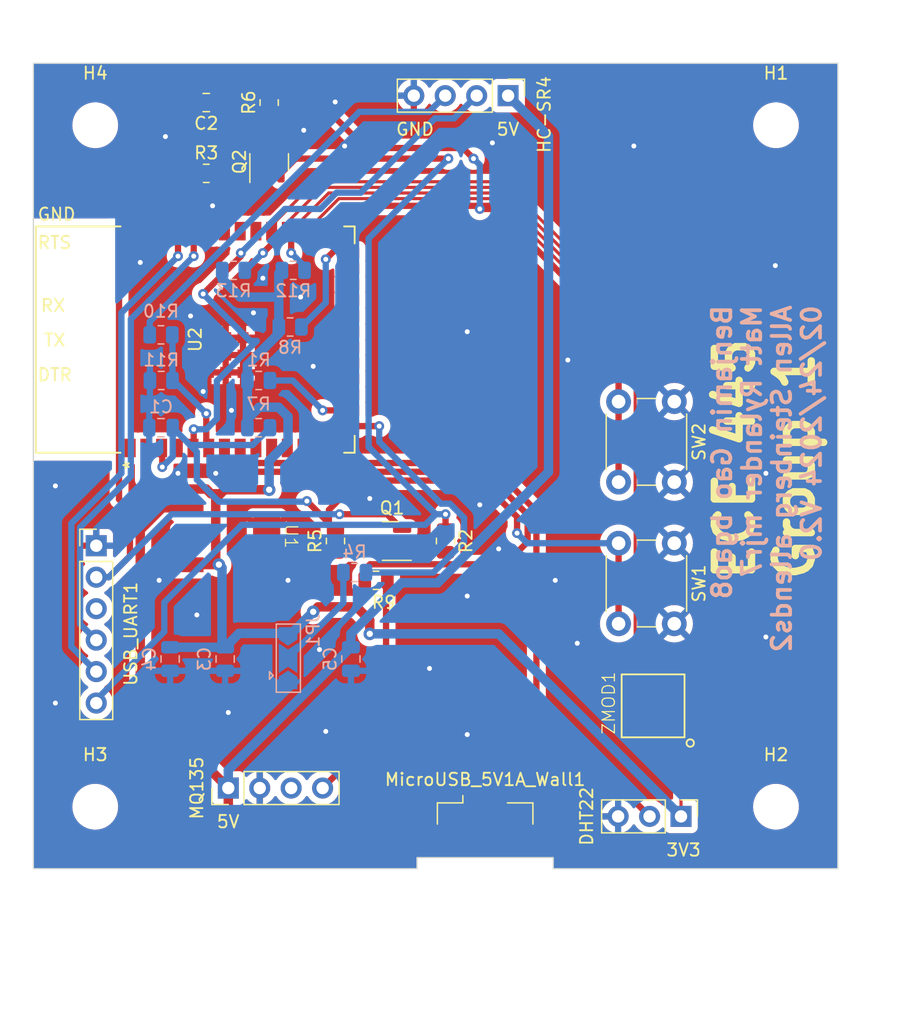
<source format=kicad_pcb>
(kicad_pcb (version 20221018) (generator pcbnew)
  (layers (0 "F.Cu" signal) (31 "B.Cu" signal) (34 "B.Paste" user) (35 "F.Paste" user) (36 "B.SilkS" user "B.Silkscreen") (37 "F.SilkS" user "F.Silkscreen") (38 "B.Mask" user) (39 "F.Mask" user) (44 "Edge.Cuts" user))
  (net 0 "")
  (net 1 "/CHIP_PU")
  (net 2 "GND")
  (net 3 "/GPIO0_STRAPPING")
  (net 4 "+3V3")
  (net 5 "+5V")
  (net 6 "/S")
  (net 7 "/Trig")
  (net 8 "Net-(HC-SR4-Pin_3)")
  (net 9 "Net-(JP1-C)")
  (net 14 "Net-(MQ135-Pin_4)")
  (net 15 "Net-(Q1-B)")
  (net 16 "/RTS")
  (net 17 "Net-(Q1-C)")
  (net 18 "Net-(Q2-B)")
  (net 19 "/DTR")
  (net 20 "Net-(Q2-C)")
  (net 21 "/GPIO46_STRAPPING")
  (net 22 "/GPIO3_STRAPPING")
  (net 23 "/A0")
  (net 24 "/Echo")
  (net 25 "/VBAT_SENSE")
  (net 26 "/GPIO16")
  (net 27 "/GPIO17")
  (net 28 "/GPIO18")
  (net 29 "/M1_FAULT")
  (net 30 "/D-")
  (net 31 "/D+")
  (net 32 "/M1_EN")
  (net 33 "/M1_PWM")
  (net 34 "/M1_DIR")
  (net 35 "/M2_FAULT")
  (net 36 "/M2_EN")
  (net 37 "/M2_PWM")
  (net 38 "/M2_DIR")
  (net 39 "/CAMERA_CS")
  (net 40 "/CAMERA_MOSI")
  (net 41 "/GPIO45_STRAPPING")
  (net 42 "/ZMOD_RES_N")
  (net 43 "/ZMOD_INT")
  (net 44 "/ZMOD_SDA")
  (net 45 "/ZMOD_SCL")
  (net 46 "/MTCK")
  (net 47 "/MTDO")
  (net 48 "/MTDI")
  (net 49 "/MTMS")
  (net 50 "/RX")
  (net 51 "/TX")
  (net 52 "/I_M_1")
  (net 53 "/I_M_2")
  (footprint "Connector_PinHeader_2.54mm:PinHeader_1x03_P2.54mm_Vertical" (layer "F.Cu") (at 131.826 128.778 -90)
    (fp_text reference "DHT22")
    (fp_text value "F_Header_Temp")
  )
  (footprint "Resistor_SMD:R_0805_2012Metric" (layer "F.Cu") (at 103.9095 106.553 90)
    (fp_text reference "R5")
    (fp_text value "10k")
  )
  (footprint "Package_TO_SOT_SMD:SOT-23" (layer "F.Cu") (at 98.552 75.946 90)
    (fp_text reference "Q2")
    (fp_text value "SS8050-G")
  )
  (footprint "local_footprints:ZMOD4410" (layer "F.Cu") (at 129.57 119.858 90)
    (fp_text reference "ZMOD1")
    (fp_text value "~")
  )
  (footprint "local_footprints:ESP32-S3-WROOM-1_EXP" (layer "F.Cu") (at 92.58 90.297 90)
    (fp_text reference "U2")
    (fp_text value "ESP32-S3-WROOM-1-N16R2")
  )
  (footprint "MountingHole:MountingHole_3.2mm_M3" (layer "F.Cu") (at 84.5 128)
    (fp_text reference "H3")
    (fp_text value "MountingHole")
  )
  (footprint "Resistor_SMD:R_0805_2012Metric" (layer "F.Cu") (at 107.188 109.728)
    (fp_text reference "R9")
    (fp_text value "1k")
  )
  (footprint "Resistor_SMD:R_0805_2012Metric" (layer "F.Cu") (at 98.552 71.1685 90)
    (fp_text reference "R6")
    (fp_text value "10k")
  )
  (footprint "Connector_PinHeader_2.54mm:PinHeader_1x04_P2.54mm_Vertical" (layer "F.Cu") (at 95.25 126.492 90)
    (fp_text reference "MQ135")
    (fp_text value "Gas Sensor")
  )
  (footprint "Package_TO_SOT_SMD:SOT-23" (layer "F.Cu") (at 108.3545 106.553 180)
    (fp_text reference "Q1")
    (fp_text value "SS8050-G")
  )
  (footprint "Button_Switch_THT:SW_PUSH_6mm" (layer "F.Cu") (at 131.282 95.302 -90)
    (fp_text reference "SW2")
    (fp_text value "SW_Push")
  )
  (footprint "Connector_USB:USB_Micro-B_Amphenol_10104110_Horizontal" (layer "F.Cu") (at 116 129.35)
    (fp_text reference "MicroUSB_5V1A_Wall1")
    (fp_text value "Conn_01x05")
  )
  (footprint "Resistor_SMD:R_0805_2012Metric" (layer "F.Cu") (at 112.7995 106.553 -90)
    (fp_text reference "R2")
    (fp_text value "10k")
  )
  (footprint "Connector_PinHeader_2.54mm:PinHeader_1x06_P2.54mm_Vertical" (layer "F.Cu") (at 84.582 106.934)
    (fp_text reference "USB_UART1")
    (fp_text value "Conn_01x06")
  )
  (footprint "Button_Switch_THT:SW_PUSH_6mm" (layer "F.Cu") (at 131.282 106.732 -90)
    (fp_text reference "SW1")
    (fp_text value "SW_Push")
  )
  (footprint "Capacitor_SMD:C_0805_2012Metric" (layer "F.Cu") (at 93.472 71.1685 180)
    (fp_text reference "C2")
    (fp_text value "1u")
  )
  (footprint "local_footprints:AZ1117C-SOT223" (layer "F.Cu") (at 95.25 106.172 -90)
    (fp_text reference "U1")
    (fp_text value "AZ1117-3.3")
  )
  (footprint "Resistor_SMD:R_0805_2012Metric" (layer "F.Cu") (at 93.472 76.8835)
    (fp_text reference "R3")
    (fp_text value "10k")
  )
  (footprint "MountingHole:MountingHole_3.2mm_M3" (layer "F.Cu") (at 139.5 73)
    (fp_text reference "H1")
    (fp_text value "MountingHole")
  )
  (footprint "Connector_PinHeader_2.54mm:PinHeader_1x04_P2.54mm_Vertical" (layer "F.Cu") (at 117.856 70.612 -90)
    (fp_text reference "HC-SR4")
    (fp_text value "F_Header_Ultrasonic")
  )
  (footprint "MountingHole:MountingHole_3.2mm_M3" (layer "F.Cu") (at 84.5 73)
    (fp_text reference "H4")
    (fp_text value "MountingHole")
  )
  (footprint "MountingHole:MountingHole_3.2mm_M3" (layer "F.Cu") (at 139.5 128)
    (fp_text reference "H2")
    (fp_text value "MountingHole")
  )
  (footprint "Resistor_SMD:R_0805_2012Metric" (layer "B.Cu") (at 97.704 97.409)
    (fp_text reference "R7")
    (fp_text value "100k")
  )
  (footprint "Resistor_SMD:R_0805_2012Metric" (layer "B.Cu") (at 89.8125 89.916)
    (fp_text reference "R10")
    (fp_text value "1k")
  )
  (footprint "Capacitor_SMD:C_0805_2012Metric" (layer "B.Cu") (at 94.996 116.078 -90)
    (fp_text reference "C3")
    (fp_text value "10u")
  )
  (footprint "Capacitor_SMD:C_0805_2012Metric" (layer "B.Cu") (at 105.156 116.078 -90)
    (fp_text reference "C5")
    (fp_text value "10u")
  )
  (footprint "Capacitor_SMD:C_0805_2012Metric" (layer "B.Cu") (at 90.551 116.078 -90)
    (fp_text reference "C4")
    (fp_text value "100n")
  )
  (footprint "Capacitor_SMD:C_0805_2012Metric" (layer "B.Cu") (at 89.8125 97.409 180)
    (fp_text reference "C1")
    (fp_text value "1u")
  )
  (footprint "Resistor_SMD:R_0805_2012Metric" (layer "B.Cu") (at 89.83 93.599 180)
    (fp_text reference "R11")
    (fp_text value "2.2k")
  )
  (footprint "Resistor_SMD:R_0805_2012Metric" (layer "B.Cu") (at 95.672 84.709)
    (fp_text reference "R13")
    (fp_text value "10k")
  )
  (footprint "Resistor_SMD:R_0805_2012Metric" (layer "B.Cu") (at 97.704 93.599 180)
    (fp_text reference "R1")
    (fp_text value "1k")
  )
  (footprint "Resistor_SMD:R_0805_2012Metric" (layer "B.Cu") (at 100.498 84.709)
    (fp_text reference "R12")
    (fp_text value "10k")
  )
  (footprint "Resistor_SMD:R_0805_2012Metric" (layer "B.Cu") (at 100.244 89.281)
    (fp_text reference "R8")
    (fp_text value "100k")
  )
  (footprint "Jumper:SolderJumper-3_P2.0mm_Open_TrianglePad1.0x1.5mm" (layer "B.Cu") (at 100.076 116.008 90)
    (fp_text reference "JP1")
    (fp_text value "SolderJumper_3_Open")
  )
  (footprint "Resistor_SMD:R_0805_2012Metric" (layer "B.Cu") (at 105.457 109.093 180)
    (fp_text reference "R4")
    (fp_text value "1k")
  )
  (gr_line (start 144.5 133) (end 121.5 133) (stroke (width 0.1)) (layer "Edge.Cuts"))
  (gr_line (start 79.5 68) (end 79.5 133) (stroke (width 0.1)) (layer "Edge.Cuts"))
  (gr_line (start 110.5 132.1) (end 110.5 133) (stroke (width 0.1)) (layer "Edge.Cuts"))
  (gr_line (start 144.5 68) (end 79.5 68) (stroke (width 0.1)) (layer "Edge.Cuts"))
  (gr_line (start 121.5 133) (end 121.5 132.1) (stroke (width 0.1)) (layer "Edge.Cuts"))
  (gr_line (start 110.5 133) (end 79.5 133) (stroke (width 0.1)) (layer "Edge.Cuts"))
  (gr_line (start 110.5 132.1) (end 121.5 132.1) (stroke (width 0.1)) (layer "Edge.Cuts"))
  (gr_line (start 144.5 68) (end 144.5 133) (stroke (width 0.1)) (layer "Edge.Cuts"))
  (gr_text "Benjamin Gao bgao8	\nMatt Rylander mjr7 \nAllen Steinberg allends2\n02/24/2024 V2.0" (at 143.256 87.376 90) (layer "B.SilkS") (effects (font (size 1.5 1.5) (thickness 0.3) bold) (justify left bottom mirror)))
  (gr_text "GND" (at 79.756 80.772) (layer "F.SilkS") (effects (font (size 1 1)) (justify left bottom)))
  (gr_text "5V" (at 94.234 129.794) (layer "F.SilkS") (effects (font (size 1 1)) (justify left bottom)))
  (gr_text "RTS" (at 79.756 83.058) (layer "F.SilkS") (effects (font (size 1 1)) (justify left bottom)))
  (gr_text "ECE 445\nGroup 1" (at 142.748 109.982 90) (layer "F.SilkS") (effects (font (size 3 3) (thickness 0.6) bold) (justify left bottom)))
  (gr_text "DTR" (at 79.756 93.726) (layer "F.SilkS") (effects (font (size 1 1)) (justify left bottom)))
  (gr_text "RX" (at 80.01 88.138) (layer "F.SilkS") (effects (font (size 1 1)) (justify left bottom)))
  (gr_text "5V" (at 116.84 73.914) (layer "F.SilkS") (effects (font (size 1 1)) (justify left bottom)))
  (gr_text "3V3" (at 130.556 132.08) (layer "F.SilkS") (effects (font (size 1 1)) (justify left bottom)))
  (gr_text "TX" (at 80.264 90.932) (layer "F.SilkS") (effects (font (size 1 1)) (justify left bottom)))
  (gr_text "GND" (at 108.712 73.914) (layer "F.SilkS") (effects (font (size 1 1)) (justify left bottom)))
  (segment (start 103.378 105.109) (end 103.9095 105.6405) (width 0.508) (layer "F.Cu") (net 1))
  (segment (start 115.6458 101.6758) (end 105.742461 101.6758) (width 0.508) (layer "F.Cu") (net 1))
  (segment (start 89.916 100.584) (end 89.916 99.103) (width 0.508) (layer "F.Cu") (net 1))
  (segment (start 118.58 104.61) (end 115.6458 101.6758) (width 0.508) (layer "F.Cu") (net 1))
  (segment (start 118.58 105.918) (end 118.58 104.61) (width 0.508) (layer "F.Cu") (net 1))
  (segment (start 89.916 99.103) (end 89.86 99.047) (width 0.508) (layer "F.Cu") (net 1))
  (segment (start 101.6 103.331) (end 103.9095 105.6405) (width 0.508) (layer "F.Cu") (net 1))
  (segment (start 105.742461 101.6758) (end 103.378 104.040261) (width 0.508) (layer "F.Cu") (net 1))
  (segment (start 103.378 104.040261) (end 103.378 105.109) (width 0.508) (layer "F.Cu") (net 1))
  (segment (start 126.782 106.732) (end 126.782 113.232) (width 0.508) (layer "F.Cu") (net 1))
  (via (at 101.6 103.331) (size 0.8) (drill 0.4) (layers "F.Cu" "B.Cu") (net 1))
  (via (at 118.58 105.918) (size 0.8) (drill 0.4) (layers "F.Cu" "B.Cu") (net 1))
  (via (at 89.916 100.584) (size 0.8) (drill 0.4) (layers "F.Cu" "B.Cu") (net 1))
  (segment (start 101.6 103.331) (end 101.553 103.378) (width 0.508) (layer "B.Cu") (net 1))
  (segment (start 90.7625 97.409) (end 90.7625 99.7375) (width 0.508) (layer "B.Cu") (net 1))
  (segment (start 90.7625 97.409) (end 92.1595 98.806) (width 0.508) (layer "B.Cu") (net 1))
  (segment (start 101.553 103.378) (end 94.488 103.378) (width 0.508) (layer "B.Cu") (net 1))
  (segment (start 118.58 105.918) (end 119.394 106.732) (width 0.508) (layer "B.Cu") (net 1))
  (segment (start 97.2195 98.806) (end 98.6165 97.409) (width 0.508) (layer "B.Cu") (net 1))
  (segment (start 92.71 99.3565) (end 92.1595 98.806) (width 0.508) (layer "B.Cu") (net 1))
  (segment (start 92.71 101.6) (end 92.71 99.3565) (width 0.508) (layer "B.Cu") (net 1))
  (segment (start 92.1595 98.806) (end 97.2195 98.806) (width 0.508) (layer "B.Cu") (net 1))
  (segment (start 119.394 106.732) (end 126.782 106.732) (width 0.508) (layer "B.Cu") (net 1))
  (segment (start 94.488 103.378) (end 92.71 101.6) (width 0.508) (layer "B.Cu") (net 1))
  (segment (start 90.7625 99.7375) (end 89.916 100.584) (width 0.508) (layer "B.Cu") (net 1))
  (segment (start 127.022 119.358) (end 127 119.38) (width 0.254) (layer "F.Cu") (net 2))
  (segment (start 128.57 118.558) (end 127.702 118.558) (width 0.254) (layer "F.Cu") (net 2))
  (segment (start 128.57 118.156) (end 128.143 117.729) (width 0.254) (layer "F.Cu") (net 2))
  (segment (start 128.27 120.396) (end 127.508 121.158) (width 0.254) (layer "F.Cu") (net 2))
  (segment (start 128.27 119.358) (end 128.27 118.858) (width 0.254) (layer "F.Cu") (net 2))
  (segment (start 128.27 119.358) (end 127.022 119.358) (width 0.254) (layer "F.Cu") (net 2))
  (segment (start 117.31 127.8) (end 117.348 127.762) (width 0.254) (layer "F.Cu") (net 2))
  (segment (start 117.3 127.8) (end 117.31 127.8) (width 0.254) (layer "F.Cu") (net 2))
  (segment (start 128.27 120.358) (end 127.216 120.358) (width 0.254) (layer "F.Cu") (net 2))
  (segment (start 128.27 118.858) (end 128.57 118.558) (width 0.254) (layer "F.Cu") (net 2))
  (segment (start 117.3 127.8) (end 117.3 126.238) (width 0.4) (layer "F.Cu") (net 2))
  (segment (start 127.702 118.558) (end 127.508 118.364) (width 0.254) (layer "F.Cu") (net 2))
  (segment (start 127.216 120.358) (end 127 120.142) (width 0.254) (layer "F.Cu") (net 2))
  (segment (start 128.57 118.558) (end 128.57 118.156) (width 0.254) (layer "F.Cu") (net 2))
  (segment (start 128.27 120.358) (end 128.27 120.396) (width 0.254) (layer "F.Cu") (net 2))
  (via (at 91.186 101.092) (size 0.8) (drill 0.4) (layers "F.Cu" "B.Cu") (net 2))
  (via (at 101.092 86.868) (size 0.8) (drill 0.4) (layers "F.Cu" "B.Cu") (net 2))
  (via (at 138.684 114.3) (size 0.8) (drill 0.4) (layers "F.Cu" "B.Cu") (net 2))
  (via (at 89.662 109.728) (size 0.8) (drill 0.4) (layers "F.Cu" "B.Cu") (net 2))
  (via (at 88.138 84.074) (size 0.8) (drill 0.4) (layers "F.Cu" "B.Cu") (net 2))
  (via (at 115.57 103.632) (size 0.8) (drill 0.4) (layers "F.Cu" "B.Cu") (net 2))
  (via (at 123.444 114.808) (size 0.8) (drill 0.4) (layers "F.Cu" "B.Cu") (net 2))
  (via (at 93.98 79.502) (size 0.8) (drill 0.4) (layers "F.Cu" "B.Cu") (net 2))
  (via (at 103.124 121.92) (size 0.8) (drill 0.4) (layers "F.Cu" "B.Cu") (net 2))
  (via (at 92.202 88.392) (size 0.8) (drill 0.4) (layers "F.Cu" "B.Cu") (net 2))
  (via (at 81.28 119.634) (size 0.8) (drill 0.4) (layers "F.Cu" "B.Cu") (net 2))
  (via (at 128.016 74.676) (size 0.8) (drill 0.4) (layers "F.Cu" "B.Cu") (net 2))
  (via (at 114.554 110.998) (size 0.8) (drill 0.4) (layers "F.Cu" "B.Cu") (net 2))
  (via (at 95.504 96.012) (size 0.8) (drill 0.4) (layers "F.Cu" "B.Cu") (net 2))
  (via (at 138.684 101.092) (size 0.8) (drill 0.4) (layers "F.Cu" "B.Cu") (net 2))
  (via (at 121.666 109.728) (size 0.8) (drill 0.4) (layers "F.Cu" "B.Cu") (net 2))
  (via (at 81.28 102.108) (size 0.8) (drill 0.4) (layers "F.Cu" "B.Cu") (net 2))
  (via (at 102.616 115.316) (size 0.8) (drill 0.4) (layers "F.Cu" "B.Cu") (net 2))
  (via (at 100.076 109.728) (size 0.8) (drill 0.4) (layers "F.Cu" "B.Cu") (net 2))
  (via (at 102.108 92.456) (size 0.8) (drill 0.4) (layers "F.Cu" "B.Cu") (net 2))
  (via (at 111.506 116.84) (size 0.8) (drill 0.4) (layers "F.Cu" "B.Cu") (net 2))
  (via (at 94.234 101.092) (size 0.8) (drill 0.4) (layers "F.Cu" "B.Cu") (net 2))
  (via (at 104.648 74.676) (size 0.8) (drill 0.4) (layers "F.Cu" "B.Cu") (net 2))
  (via (at 114.554 122.174) (size 0.8) (drill 0.4) (layers "F.Cu" "B.Cu") (net 2))
  (via (at 122.682 91.948) (size 0.8) (drill 0.4) (layers "F.Cu" "B.Cu") (net 2))
  (via (at 139.446 84.328) (size 0.8) (drill 0.4) (layers "F.Cu" "B.Cu") (net 2))
  (via (at 95.25 120.396) (size 0.8) (drill 0.4) (layers "F.Cu" "B.Cu") (net 2))
  (via (at 106.68 103.124) (size 0.8) (drill 0.4) (layers "F.Cu" "B.Cu") (net 2))
  (via (at 117.094 107.188) (size 0.8) (drill 0.4) (layers "F.Cu" "B.Cu") (net 2))
  (via (at 114.554 89.662) (size 0.8) (drill 0.4) (layers "F.Cu" "B.Cu") (net 2))
  (via (at 97.282 88.138) (size 0.8) (drill 0.4) (layers "F.Cu" "B.Cu") (net 2))
  (via (at 92.71 112.522) (size 0.8) (drill 0.4) (layers "F.Cu" "B.Cu") (net 2))
  (via (at 93.218 94.488) (size 0.8) (drill 0.4) (layers "F.Cu" "B.Cu") (net 2))
  (via (at 101.346 73.406) (size 0.8) (drill 0.4) (layers "F.Cu" "B.Cu") (net 2))
  (via (at 116.586 74.422) (size 0.8) (drill 0.4) (layers "F.Cu" "B.Cu") (net 2))
  (via (at 98.044 85.344) (size 0.8) (drill 0.4) (layers "F.Cu" "B.Cu") (net 2))
  (via (at 103.886 71.12) (size 0.8) (drill 0.4) (layers "F.Cu" "B.Cu") (net 2))
  (via (at 90.17 73.914) (size 0.8) (drill 0.4) (layers "F.Cu" "B.Cu") (net 2))
  (segment (start 103.124 83.82) (end 103.83 83.114) (width 0.508) (layer "F.Cu") (net 3))
  (segment (start 126.782 95.302) (end 126.782 89.651814) (width 0.508) (layer "F.Cu") (net 3))
  (segment (start 97.6395 71.1685) (end 98.552 70.256) (width 0.508) (layer "F.Cu") (net 3))
  (segment (start 102.6105 71.1145) (end 106.334 74.838) (width 0.508) (layer "F.Cu") (net 3))
  (segment (start 106.334 74.838) (end 114.208 74.838) (width 0.508) (layer "F.Cu") (net 3))
  (segment (start 126.782 89.651814) (end 116.632186 79.502) (width 0.508) (layer "F.Cu") (net 3))
  (segment (start 97.6935 71.1145) (end 102.6105 71.1145) (width 0.508) (layer "F.Cu") (net 3))
  (segment (start 126.782 95.302) (end 126.782 101.802) (width 0.508) (layer "F.Cu") (net 3))
  (segment (start 97.6395 71.1685) (end 97.6935 71.1145) (width 0.508) (layer "F.Cu") (net 3))
  (segment (start 115.57 79.756) (end 116.378186 79.756) (width 0.508) (layer "F.Cu") (net 3))
  (segment (start 116.632186 79.502) (end 105.875 79.502) (width 0.508) (layer "F.Cu") (net 3))
  (segment (start 114.208 74.838) (end 115.062 75.692) (width 0.508) (layer "F.Cu") (net 3))
  (segment (start 103.83 83.114) (end 103.83 81.547) (width 0.508) (layer "F.Cu") (net 3))
  (segment (start 116.378186 79.756) (end 116.632186 79.502) (width 0.508) (layer "F.Cu") (net 3))
  (segment (start 94.422 71.1685) (end 97.6395 71.1685) (width 0.508) (layer "F.Cu") (net 3))
  (segment (start 105.875 79.502) (end 103.83 81.547) (width 0.508) (layer "F.Cu") (net 3))
  (via (at 115.57 79.756) (size 0.8) (drill 0.4) (layers "F.Cu" "B.Cu") (net 3))
  (via (at 103.124 83.82) (size 0.8) (drill 0.4) (layers "F.Cu" "B.Cu") (net 3))
  (via (at 115.062 75.692) (size 0.8) (drill 0.4) (layers "F.Cu" "B.Cu") (net 3))
  (segment (start 101.1565 89.281) (end 103.124 87.3135) (width 0.508) (layer "B.Cu") (net 3))
  (segment (start 115.57 79.756) (end 115.57 76.2) (width 0.508) (layer "B.Cu") (net 3))
  (segment (start 103.124 87.3135) (end 103.124 83.82) (width 0.508) (layer "B.Cu") (net 3))
  (segment (start 115.57 76.2) (end 115.062 75.692) (width 0.508) (layer "B.Cu") (net 3))
  (segment (start 130.57 121.158) (end 130.57 123.158) (width 0.254) (layer "F.Cu") (net 4))
  (segment (start 94.942 102.416) (end 94.615 102.743) (width 0.762) (layer "F.Cu") (net 4))
  (segment (start 131.087 123.675) (end 131.826 124.414) (width 0.254) (layer "F.Cu") (net 4))
  (segment (start 129.57 118.558) (end 129.57 120.158) (width 0.254) (layer "F.Cu") (net 4))
  (segment (start 93.472 102.362) (end 89.408 102.362) (width 0.762) (layer "F.Cu") (net 4))
  (segment (start 129.57 120.158) (end 130.57 121.158) (width 0.254) (layer "F.Cu") (net 4))
  (segment (start 130.57 123.158) (end 131.087 123.675) (width 0.254) (layer "F.Cu") (net 4))
  (segment (start 131.826 124.414) (end 131.826 128.778) (width 0.254) (layer "F.Cu") (net 4))
  (segment (start 102.108 112.268) (end 102.507 111.869) (width 0.762) (layer "F.Cu") (net 4))
  (segment (start 102.507 111.869) (end 105.607079 111.869) (width 0.762) (layer "F.Cu") (net 4))
  (segment (start 94.615 102.743) (end 94.234 103.124) (width 0.762) (layer "F.Cu") (net 4))
  (segment (start 106.68 112.941921) (end 106.68 114.047) (width 0.762) (layer "F.Cu") (net 4))
  (segment (start 98.552 102.416) (end 94.942 102.416) (width 0.762) (layer "F.Cu") (net 4))
  (segment (start 105.607079 111.869) (end 106.68 112.941921) (width 0.762) (layer "F.Cu") (net 4))
  (segment (start 94.234 108.204) (end 94.488 108.458) (width 0.762) (layer "F.Cu") (net 4))
  (segment (start 128.57 121.158) (end 131.087 123.675) (width 0.254) (layer "F.Cu") (net 4))
  (segment (start 94.234 103.124) (end 94.234 108.204) (width 0.762) (layer "F.Cu") (net 4))
  (segment (start 89.408 102.362) (end 88.59 101.544) (width 0.762) (layer "F.Cu") (net 4))
  (segment (start 94.615 102.743) (end 93.853 102.743) (width 0.762) (layer "F.Cu") (net 4))
  (segment (start 92.164 108.458) (end 92.15 108.472) (width 0.762) (layer "F.Cu") (net 4))
  (segment (start 93.853 102.743) (end 93.472 102.362) (width 0.762) (layer "F.Cu") (net 4))
  (segment (start 88.59 101.544) (end 88.59 99.047) (width 0.762) (layer "F.Cu") (net 4))
  (segment (start 94.488 108.458) (end 92.164 108.458) (width 0.762) (layer "F.Cu") (net 4))
  (via (at 106.68 114.047) (size 1.016) (drill 0.508) (layers "F.Cu" "B.Cu") (net 4))
  (via (at 94.488 108.458) (size 1.016) (drill 0.508) (layers "F.Cu" "B.Cu") (net 4))
  (via (at 98.552 102.416) (size 1.016) (drill 0.508) (layers "F.Cu" "B.Cu") (net 4))
  (via (at 102.108 112.268) (size 1.016) (drill 0.508) (layers "F.Cu" "B.Cu") (net 4))
  (segment (start 96.116 114.008) (end 98.806 114.008) (width 0.762) (layer "B.Cu") (net 4))
  (segment (start 97.7425 95.758) (end 96.7915 96.709) (width 0.762) (layer "B.Cu") (net 4))
  (segment (start 94.488 108.458) (end 94.742 108.712) (width 0.762) (layer "B.Cu") (net 4))
  (segment (start 94.742 114.874) (end 94.996 115.128) (width 0.762) (layer "B.Cu") (net 4))
  (segment (start 100.368 114.008) (end 102.108 112.268) (width 0.762) (layer "B.Cu") (net 4))
  (segment (start 106.68 114.047) (end 117.095 114.047) (width 0.762) (layer "B.Cu") (net 4))
  (segment (start 99.3315 89.809368) (end 99.3315 89.281) (width 0.762) (layer "B.Cu") (net 4))
  (segment (start 94.7595 85.409) (end 94.7595 84.709) (width 0.762) (layer "B.Cu") (net 4))
  (segment (start 94.742 108.712) (end 94.742 114.874) (width 0.762) (layer "B.Cu") (net 4))
  (segment (start 96.7915 92.349368) (end 99.3315 89.809368) (width 0.762) (layer "B.Cu") (net 4))
  (segment (start 99.3315 86.868) (end 99.3315 84.963) (width 0.762) (layer "B.Cu") (net 4))
  (segment (start 99.3315 86.868) (end 96.2185 86.868) (width 0.762) (layer "B.Cu") (net 4))
  (segment (start 100.076 98.552) (end 100.076 96.52) (width 0.762) (layer "B.Cu") (net 4))
  (segment (start 96.2185 86.868) (end 94.7595 85.409) (width 0.762) (layer "B.Cu") (net 4))
  (segment (start 96.7915 93.599) (end 96.7915 92.349368) (width 0.762) (layer "B.Cu") (net 4))
  (segment (start 99.3315 84.963) (end 99.5855 84.709) (width 0.762) (layer "B.Cu") (net 4))
  (segment (start 117.095 114.047) (end 131.826 128.778) (width 0.762) (layer "B.Cu") (net 4))
  (segment (start 98.552 100.076) (end 100.076 98.552) (width 0.762) (layer "B.Cu") (net 4))
  (segment (start 96.7915 97.409) (end 96.7915 93.599) (width 0.762) (layer "B.Cu") (net 4))
  (segment (start 96.7915 96.709) (end 96.7915 97.409) (width 0.762) (layer "B.Cu") (net 4))
  (segment (start 98.806 114.008) (end 100.076 114.008) (width 0.762) (layer "B.Cu") (net 4))
  (segment (start 99.3315 89.281) (end 99.3315 86.868) (width 0.762) (layer "B.Cu") (net 4))
  (segment (start 90.551 115.128) (end 94.996 115.128) (width 0.762) (layer "B.Cu") (net 4))
  (segment (start 98.806 114.008) (end 100.368 114.008) (width 0.762) (layer "B.Cu") (net 4))
  (segment (start 99.314 95.758) (end 97.7425 95.758) (width 0.762) (layer "B.Cu") (net 4))
  (segment (start 98.552 102.416) (end 98.552 100.076) (width 0.762) (layer "B.Cu") (net 4))
  (segment (start 100.076 96.52) (end 99.314 95.758) (width 0.762) (layer "B.Cu") (net 4))
  (segment (start 94.996 115.128) (end 96.116 114.008) (width 0.762) (layer "B.Cu") (net 4))
  (segment (start 106.963 129.794) (end 108.995 127.762) (width 0.762) (layer "F.Cu") (net 5))
  (segment (start 95.25 128.27) (end 96.774 129.794) (width 0.762) (layer "F.Cu") (net 5))
  (segment (start 92.15 103.872) (end 89.93 103.872) (width 0.762) (layer "F.Cu") (net 5))
  (segment (start 108.995 127.762) (end 114.357 127.762) (width 0.762) (layer "F.Cu") (net 5))
  (segment (start 88.138 119.38) (end 95.25 126.492) (width 0.762) (layer "F.Cu") (net 5))
  (segment (start 88.138 105.664) (end 88.138 119.38) (width 0.762) (layer "F.Cu") (net 5))
  (segment (start 89.93 103.872) (end 88.138 105.664) (width 0.762) (layer "F.Cu") (net 5))
  (segment (start 114.357 127.762) (end 114.518 127.923) (width 0.762) (layer "F.Cu") (net 5))
  (segment (start 96.774 129.794) (end 106.963 129.794) (width 0.762) (layer "F.Cu") (net 5))
  (segment (start 95.25 126.492) (end 95.25 128.27) (width 0.762) (layer "F.Cu") (net 5))
  (segment (start 105.156 115.128) (end 105.156 114.030921) (width 0.762) (layer "B.Cu") (net 5))
  (segment (start 121.123 100.975662) (end 121.123 73.879) (width 0.762) (layer "B.Cu") (net 5))
  (segment (start 95.25 125.026862) (end 105.148862 115.128) (width 0.762) (layer "B.Cu") (net 5))
  (segment (start 105.148862 115.128) (end 105.156 115.128) (width 0.762) (layer "B.Cu") (net 5))
  (segment (start 105.156 114.030921) (end 109.258921 109.928) (width 0.762) (layer "B.Cu") (net 5))
  (segment (start 121.123 73.879) (end 117.856 70.612) (width 0.762) (layer "B.Cu") (net 5))
  (segment (start 95.25 126.492) (end 95.25 125.026862) (width 0.762) (layer "B.Cu") (net 5))
  (segment (start 109.258921 109.928) (end 112.170662 109.928) (width 0.762) (layer "B.Cu") (net 5))
  (segment (start 112.170662 109.928) (end 121.123 100.975662) (width 0.762) (layer "B.Cu") (net 5))
  (segment (start 120.142 119.634) (end 120.142 104.14) (width 0.508) (layer "F.Cu") (net 6))
  (segment (start 96.21 99.8788) (end 96.21 99.047) (width 0.508) (layer "F.Cu") (net 6))
  (segment (start 129.286 128.778) (end 120.142 119.634) (width 0.508) (layer "F.Cu") (net 6))
  (segment (start 120.142 104.14) (end 116.2618 100.2598) (width 0.508) (layer "F.Cu") (net 6))
  (segment (start 116.2618 100.2598) (end 96.591 100.2598) (width 0.508) (layer "F.Cu") (net 6))
  (segment (start 96.591 100.2598) (end 96.21 99.8788) (width 0.508) (layer "F.Cu") (net 6))
  (segment (start 93.218 86.614) (end 96.266 83.566) (width 0.508) (layer "F.Cu") (net 7))
  (segment (start 92.456 98.991) (end 92.4 99.047) (width 0.508) (layer "F.Cu") (net 7))
  (segment (start 92.456 97.536) (end 92.456 98.991) (width 0.508) (layer "F.Cu") (net 7))
  (segment (start 96.266 83.566) (end 96.266 83.312) (width 0.508) (layer "F.Cu") (net 7))
  (via (at 96.266 83.312) (size 0.8) (drill 0.4) (layers "F.Cu" "B.Cu") (net 7))
  (via (at 92.456 97.536) (size 0.8) (drill 0.4) (layers "F.Cu" "B.Cu") (net 7))
  (via (at 93.218 86.614) (size 0.8) (drill 0.4) (layers "F.Cu" "B.Cu") (net 7))
  (segment (start 93.472 97.536) (end 92.456 97.536) (width 0.508) (layer "B.Cu") (net 7))
  (segment (start 99.822 79.756) (end 102.678261 79.756) (width 0.508) (layer "B.Cu") (net 7))
  (segment (start 97.013 90.409) (end 93.218 86.614) (width 0.508) (layer "B.Cu") (net 7))
  (segment (start 103.992997 78.441264) (end 105.948 78.441264) (width 0.508) (layer "B.Cu") (net 7))
  (segment (start 111.945264 72.444) (end 113.484 72.444) (width 0.508) (layer "B.Cu") (net 7))
  (segment (start 113.484 72.444) (end 115.316 70.612) (width 0.508) (layer "B.Cu") (net 7))
  (segment (start 94.326 93.634) (end 94.326 96.682) (width 0.508) (layer "B.Cu") (net 7))
  (segment (start 94.326 96.682) (end 93.472 97.536) (width 0.508) (layer "B.Cu") (net 7))
  (segment (start 105.948 78.441264) (end 111.945264 72.444) (width 0.508) (layer "B.Cu") (net 7))
  (segment (start 102.678261 79.756) (end 103.992997 78.441264) (width 0.508) (layer "B.Cu") (net 7))
  (segment (start 97.551 90.409) (end 94.326 93.634) (width 0.508) (layer "B.Cu") (net 7))
  (segment (start 97.551 90.409) (end 97.013 90.409) (width 0.508) (layer "B.Cu") (net 7))
  (segment (start 96.266 83.312) (end 99.822 79.756) (width 0.508) (layer "B.Cu") (net 7))
  (segment (start 88.9 88.853466) (end 105.837466 71.916) (width 0.508) (layer "B.Cu") (net 8))
  (segment (start 111.472 71.916) (end 112.776 70.612) (width 0.508) (layer "B.Cu") (net 8))
  (segment (start 88.9 89.916) (end 88.9 88.853466) (width 0.508) (layer "B.Cu") (net 8))
  (segment (start 105.837466 71.916) (end 111.472 71.916) (width 0.508) (layer "B.Cu") (net 8))
  (segment (start 104.5445 109.093) (end 104.5445 111.5395) (width 0.508) (layer "B.Cu") (net 9))
  (segment (start 104.5445 111.5395) (end 100.076 116.008) (width 0.508) (layer "B.Cu") (net 9))
  (segment (start 102.87 126.492) (end 107.997 121.365) (width 0.508) (layer "F.Cu") (net 14))
  (segment (start 107.997 121.365) (end 107.997 109.8315) (width 0.508) (layer "F.Cu") (net 14))
  (segment (start 107.997 109.8315) (end 108.1005 109.728) (width 0.508) (layer "F.Cu") (net 14))
  (segment (start 109.292 107.503) (end 112.762 107.503) (width 0.508) (layer "F.Cu") (net 15))
  (segment (start 112.762 107.503) (end 112.7995 107.4655) (width 0.508) (layer "F.Cu") (net 15))
  (segment (start 87.303 104.067) (end 87.303 107.769) (width 0.508) (layer "F.Cu") (net 16))
  (segment (start 108.083 104.394) (end 104.232 104.394) (width 0.508) (layer "F.Cu") (net 16))
  (segment (start 85.598 109.474) (end 84.582 109.474) (width 0.508) (layer "F.Cu") (net 16))
  (segment (start 87.303 107.769) (end 85.598 109.474) (width 0.508) (layer "F.Cu") (net 16))
  (segment (start 109.292 105.603) (end 108.083 104.394) (width 0.508) (layer "F.Cu") (net 16))
  (segment (start 88.4705 76.8835) (end 86.4215 78.9325) (width 0.508) (layer "F.Cu") (net 16))
  (segment (start 92.71 77.034) (end 92.5595 76.8835) (width 0.508) (layer "F.Cu") (net 16))
  (segment (start 86.4215 103.1855) (end 87.303 104.067) (width 0.508) (layer "F.Cu") (net 16))
  (segment (start 86.4215 78.9325) (end 86.4215 103.1855) (width 0.508) (layer "F.Cu") (net 16))
  (segment (start 92.5595 76.8835) (end 88.4705 76.8835) (width 0.508) (layer "F.Cu") (net 16))
  (via (at 104.232 104.394) (size 0.8) (drill 0.4) (layers "F.Cu" "B.Cu") (net 16))
  (segment (start 90.678 104.394) (end 104.232 104.394) (width 0.508) (layer "B.Cu") (net 16))
  (segment (start 85.598 109.474) (end 90.678 104.394) (width 0.508) (layer "B.Cu") (net 16))
  (segment (start 84.582 109.474) (end 85.598 109.474) (width 0.508) (layer "B.Cu") (net 16))
  (segment (start 106.5045 107.4655) (end 107.417 106.553) (width 0.508) (layer "F.Cu") (net 17))
  (segment (start 103.9095 107.4655) (end 106.5045 107.4655) (width 0.508) (layer "F.Cu") (net 17))
  (segment (start 97.602 76.8835) (end 94.3845 76.8835) (width 0.508) (layer "F.Cu") (net 18))
  (segment (start 112.7995 104.394) (end 112.7995 105.6405) (width 0.508) (layer "F.Cu") (net 19))
  (segment (start 99.502 76.8835) (end 100.6935 75.692) (width 0.508) (layer "F.Cu") (net 19))
  (segment (start 100.6935 75.692) (end 113.03 75.692) (width 0.508) (layer "F.Cu") (net 19))
  (via (at 113.03 75.692) (size 0.8) (drill 0.4) (layers "F.Cu" "B.Cu") (net 19))
  (via (at 112.7995 104.394) (size 0.8) (drill 0.4) (layers "F.Cu" "B.Cu") (net 19))
  (segment (start 84.582 119.369466) (end 90.078 113.873466) (width 0.508) (layer "B.Cu") (net 19))
  (segment (start 96.337526 105.248) (end 111.16 105.248) (width 0.508) (layer "B.Cu") (net 19))
  (segment (start 90.078 113.873466) (end 90.078 111.507526) (width 0.508) (layer "B.Cu") (net 19))
  (segment (start 113.03 75.692) (end 106.588 82.134) (width 0.508) (layer "B.Cu") (net 19))
  (segment (start 106.588 82.134) (end 106.588 98.968) (width 0.508) (layer "B.Cu") (net 19))
  (segment (start 112.014 104.394) (end 112.7995 104.394) (width 0.508) (layer "B.Cu") (net 19))
  (segment (start 111.16 105.248) (end 112.014 104.394) (width 0.508) (layer "B.Cu") (net 19))
  (segment (start 90.078 111.507526) (end 96.337526 105.248) (width 0.508) (layer "B.Cu") (net 19))
  (segment (start 106.588 98.968) (end 112.014 104.394) (width 0.508) (layer "B.Cu") (net 19))
  (segment (start 84.582 119.634) (end 84.582 119.369466) (width 0.508) (layer "B.Cu") (net 19))
  (segment (start 98.552 72.081) (end 98.552 75.0085) (width 0.508) (layer "F.Cu") (net 20))
  (segment (start 102.87 96.012) (end 105.08 96.012) (width 0.508) (layer "F.Cu") (net 21))
  (via (at 102.87 96.012) (size 0.8) (drill 0.4) (layers "F.Cu" "B.Cu") (net 21))
  (segment (start 98.6165 93.599) (end 100.457 93.599) (width 0.508) (layer "B.Cu") (net 21))
  (segment (start 100.457 93.599) (end 102.87 96.012) (width 0.508) (layer "B.Cu") (net 21))
  (segment (start 107.442 97.282) (end 105.08 97.282) (width 0.508) (layer "F.Cu") (net 22))
  (via (at 107.442 97.282) (size 0.8) (drill 0.4) (layers "F.Cu" "B.Cu") (net 22))
  (segment (start 111.824794 109.093) (end 114.3 106.617794) (width 0.508) (layer "B.Cu") (net 22))
  (segment (start 113.153239 103.54) (end 112.43 103.54) (width 0.508) (layer "B.Cu") (net 22))
  (segment (start 114.3 106.617794) (end 114.3 104.686761) (width 0.508) (layer "B.Cu") (net 22))
  (segment (start 112.43 103.54) (end 107.442 98.552) (width 0.508) (layer "B.Cu") (net 22))
  (segment (start 114.3 104.686761) (end 113.153239 103.54) (width 0.508) (layer "B.Cu") (net 22))
  (segment (start 106.3695 109.093) (end 111.824794 109.093) (width 0.508) (layer "B.Cu") (net 22))
  (segment (start 107.442 98.552) (end 107.442 97.282) (width 0.508) (layer "B.Cu") (net 22))
  (segment (start 119.434 104.433264) (end 115.968536 100.9678) (width 0.508) (layer "F.Cu") (net 23))
  (segment (start 96.029 100.9678) (end 94.94 99.8788) (width 0.508) (layer "F.Cu") (net 23))
  (segment (start 94.94 99.8788) (end 94.94 99.047) (width 0.508) (layer "F.Cu") (net 23))
  (segment (start 106.706 108.432) (end 117.628 108.432) (width 0.508) (layer "F.Cu") (net 23))
  (segment (start 106.2755 109.728) (end 106.2755 108.8625) (width 0.508) (layer "F.Cu") (net 23))
  (segment (start 119.434 106.626) (end 119.434 104.433264) (width 0.508) (layer "F.Cu") (net 23))
  (segment (start 106.2755 108.8625) (end 106.706 108.432) (width 0.508) (layer "F.Cu") (net 23))
  (segment (start 115.968536 100.9678) (end 96.029 100.9678) (width 0.508) (layer "F.Cu") (net 23))
  (segment (start 117.628 108.432) (end 119.434 106.626) (width 0.508) (layer "F.Cu") (net 23))
  (segment (start 93.472 96.266) (end 93.472 98.849) (width 0.508) (layer "F.Cu") (net 24))
  (segment (start 93.472 98.849) (end 93.67 99.047) (width 0.508) (layer "F.Cu") (net 24))
  (via (at 93.472 96.266) (size 0.8) (drill 0.4) (layers "F.Cu" "B.Cu") (net 24))
  (segment (start 90.7425 89.9335) (end 90.725 89.916) (width 0.508) (layer "B.Cu") (net 24))
  (segment (start 90.7425 93.599) (end 90.805 93.599) (width 0.508) (layer "B.Cu") (net 24))
  (segment (start 90.7425 93.599) (end 90.7425 89.9335) (width 0.508) (layer "B.Cu") (net 24))
  (segment (start 90.805 93.599) (end 93.472 96.266) (width 0.508) (layer "B.Cu") (net 24))
  (segment (start 129.116 120.704) (end 129.57 121.158) (width 0.254) (layer "F.Cu") (net 42))
  (segment (start 104.1827 78.921) (end 116.872844 78.921) (width 0.254) (layer "F.Cu") (net 42))
  (segment (start 116.872844 78.921) (end 128.124 90.172156) (width 0.254) (layer "F.Cu") (net 42))
  (segment (start 102.56 81.547) (end 102.56 80.5437) (width 0.254) (layer "F.Cu") (net 42))
  (segment (start 102.56 80.5437) (end 104.1827 78.921) (width 0.254) (layer "F.Cu") (net 42))
  (segment (start 128.124 90.172156) (end 128.124 116.44) (width 0.254) (layer "F.Cu") (net 42))
  (segment (start 129.116 117.432) (end 129.116 120.704) (width 0.254) (layer "F.Cu") (net 42))
  (segment (start 128.124 116.44) (end 129.116 117.432) (width 0.254) (layer "F.Cu") (net 42))
  (segment (start 130.87 119.358) (end 131.022 119.206) (width 0.254) (layer "F.Cu") (net 43))
  (segment (start 128.578 89.984104) (end 117.060896 78.467) (width 0.254) (layer "F.Cu") (net 43))
  (segment (start 128.578 115.624) (end 128.578 89.984104) (width 0.254) (layer "F.Cu") (net 43))
  (segment (start 131.022 118.068) (end 128.578 115.624) (width 0.254) (layer "F.Cu") (net 43))
  (segment (start 101.29 80.5437) (end 101.29 81.547) (width 0.254) (layer "F.Cu") (net 43))
  (segment (start 117.060896 78.467) (end 103.3667 78.467) (width 0.254) (layer "F.Cu") (net 43))
  (segment (start 131.022 119.206) (end 131.022 118.068) (width 0.254) (layer "F.Cu") (net 43))
  (segment (start 103.3667 78.467) (end 101.29 80.5437) (width 0.254) (layer "F.Cu") (net 43))
  (segment (start 130.87 119.858) (end 131.399 119.858) (width 0.254) (layer "F.Cu") (net 44))
  (segment (start 100.33 83.312) (end 100.33 81.857) (width 0.508) (layer "F.Cu") (net 44))
  (segment (start 117.248948 78.013) (end 102.847134 78.013) (width 0.254) (layer "F.Cu") (net 44))
  (segment (start 129.032 115.435948) (end 129.032 89.796052) (width 0.254) (layer "F.Cu") (net 44))
  (segment (start 100.33 81.857) (end 100.02 81.547) (width 0.508) (layer "F.Cu") (net 44))
  (segment (start 102.847134 78.013) (end 100.02 80.840134) (width 0.254) (layer "F.Cu") (net 44))
  (segment (start 131.399 119.858) (end 131.476 119.781) (width 0.254) (layer "F.Cu") (net 44))
  (segment (start 131.476 117.879948) (end 129.032 115.435948) (width 0.254) (layer "F.Cu") (net 44))
  (segment (start 131.476 119.781) (end 131.476 117.879948) (width 0.254) (layer "F.Cu") (net 44))
  (segment (start 129.032 89.796052) (end 117.248948 78.013) (width 0.254) (layer "F.Cu") (net 44))
  (segment (start 100.02 80.840134) (end 100.02 81.547) (width 0.254) (layer "F.Cu") (net 44))
  (via (at 100.33 83.312) (size 0.8) (drill 0.4) (layers "F.Cu" "B.Cu") (net 44))
  (segment (start 101.4105 84.3925) (end 100.33 83.312) (width 0.508) (layer "B.Cu") (net 44))
  (segment (start 101.4105 84.709) (end 101.4105 84.3925) (width 0.508) (layer "B.Cu") (net 44))
  (segment (start 117.437 77.559) (end 102.273 77.559) (width 0.254) (layer "F.Cu") (net 45))
  (segment (start 98.044 83.312) (end 98.75 82.606) (width 0.508) (layer "F.Cu") (net 45))
  (segment (start 131.93 117.691895) (end 129.54 115.301895) (width 0.254) (layer "F.Cu") (net 45))
  (segment (start 129.54 115.301895) (end 129.54 89.662) (width 0.254) (layer "F.Cu") (net 45))
  (segment (start 102.273 77.559) (end 98.75 81.082) (width 0.254) (layer "F.Cu") (net 45))
  (segment (start 129.54 89.662) (end 117.437 77.559) (width 0.254) (layer "F.Cu") (net 45))
  (segment (start 131.541052 120.358) (end 131.93 119.969052) (width 0.254) (layer "F.Cu") (net 45))
  (segment (start 98.75 81.082) (end 98.75 81.547) (width 0.254) (layer "F.Cu") (net 45))
  (segment (start 98.75 82.606) (end 98.75 81.547) (width 0.508) (layer "F.Cu") (net 45))
  (segment (start 131.93 119.969052) (end 131.93 117.691895) (width 0.254) (layer "F.Cu") (net 45))
  (segment (start 130.87 120.358) (end 131.541052 120.358) (width 0.254) (layer "F.Cu") (net 45))
  (via (at 98.044 83.312) (size 0.8) (drill 0.4) (layers "F.Cu" "B.Cu") (net 45))
  (segment (start 96.5845 84.709) (end 96.647 84.709) (width 0.508) (layer "B.Cu") (net 45))
  (segment (start 96.647 84.709) (end 98.044 83.312) (width 0.508) (layer "B.Cu") (net 45))
  (segment (start 92.456 81.603) (end 92.4 81.547) (width 0.508) (layer "F.Cu") (net 50))
  (segment (start 92.456 83.566) (end 92.456 81.603) (width 0.508) (layer "F.Cu") (net 50))
  (via (at 92.456 83.566) (size 0.8) (drill 0.4) (layers "F.Cu" "B.Cu") (net 50))
  (segment (start 87.376 101.346) (end 87.376 88.646) (width 0.508) (layer "B.Cu") (net 50))
  (segment (start 84.582 114.554) (end 83.278 113.25) (width 0.508) (layer "B.Cu") (net 50))
  (segment (start 87.376 88.646) (end 92.456 83.566) (width 0.508) (layer "B.Cu") (net 50))
  (segment (start 83.278 105.444) (end 87.376 101.346) (width 0.508) (layer "B.Cu") (net 50))
  (segment (start 83.278 113.25) (end 83.278 105.444) (width 0.508) (layer "B.Cu") (net 50))
  (segment (start 91.186 83.566) (end 91.186 81.603) (width 0.508) (layer "F.Cu") (net 51))
  (segment (start 91.186 81.603) (end 91.13 81.547) (width 0.508) (layer "F.Cu") (net 51))
  (via (at 91.186 83.566) (size 0.8) (drill 0.4) (layers "F.Cu" "B.Cu") (net 51))
  (segment (start 86.614 88.138) (end 91.186 83.566) (width 0.508) (layer "B.Cu") (net 51))
  (segment (start 82.57 115.082) (end 82.57 105.136) (width 0.508) (layer "B.Cu") (net 51))
  (segment (start 86.614 101.092) (end 86.614 88.138) (width 0.508) (layer "B.Cu") (net 51))
  (segment (start 82.57 105.136) (end 86.614 101.092) (width 0.508) (layer "B.Cu") (net 51))
  (segment (start 84.582 117.094) (end 82.57 115.082) (width 0.508) (layer "B.Cu") (net 51))
  (zone (net 2) (net_name "GND") (layers "F&B.Cu") (connect_pads (clearance 0.508)) (min_thickness 0.254) (fill yes (thermal_gap 0.508) (thermal_bridge_width 0.508))
    (polygon (pts (xy 77.059066 66.557398) (xy 76.805066 139.201398) (xy 150.973066 138.947398) (xy 149.957066 67.065398)))
  )
  (zone (net 0) (net_name "") (layers "F&B.Cu") (connect_pads (clearance 0)) (min_thickness 0.25)
    (keepout (tracks not_allowed) (vias not_allowed) (pads not_allowed) (copperpour not_allowed) (footprints allowed))
    (fill (thermal_gap 0.5) (thermal_bridge_width 0.5))
    (polygon (pts (xy 77.978 80.518) (xy 77.724 100.076) (xy 86.106 100.076) (xy 86.106 80.518)))
  )
)
</source>
